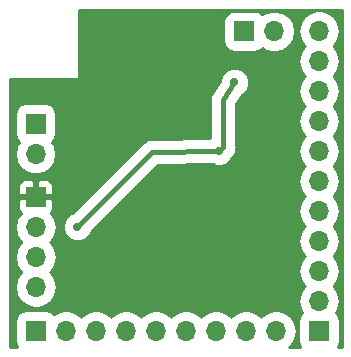
<source format=gbr>
G04 #@! TF.GenerationSoftware,KiCad,Pcbnew,(5.0.1)-3*
G04 #@! TF.CreationDate,2019-10-05T13:26:35-04:00*
G04 #@! TF.ProjectId,MAX30003,4D415833303030332E6B696361645F70,rev?*
G04 #@! TF.SameCoordinates,Original*
G04 #@! TF.FileFunction,Copper,L2,Bot,Signal*
G04 #@! TF.FilePolarity,Positive*
%FSLAX46Y46*%
G04 Gerber Fmt 4.6, Leading zero omitted, Abs format (unit mm)*
G04 Created by KiCad (PCBNEW (5.0.1)-3) date 10/5/2019 1:26:35 PM*
%MOMM*%
%LPD*%
G01*
G04 APERTURE LIST*
G04 #@! TA.AperFunction,ComponentPad*
%ADD10R,1.700000X1.700000*%
G04 #@! TD*
G04 #@! TA.AperFunction,ComponentPad*
%ADD11O,1.700000X1.700000*%
G04 #@! TD*
G04 #@! TA.AperFunction,ViaPad*
%ADD12C,0.700000*%
G04 #@! TD*
G04 #@! TA.AperFunction,Conductor*
%ADD13C,0.457200*%
G04 #@! TD*
G04 #@! TA.AperFunction,Conductor*
%ADD14C,0.254000*%
G04 #@! TD*
G04 APERTURE END LIST*
D10*
G04 #@! TO.P,J1,1*
G04 #@! TO.N,Net-(IC1-Pad6)*
X130830000Y-86270000D03*
D11*
G04 #@! TO.P,J1,2*
G04 #@! TO.N,Net-(IC1-Pad7)*
X130830000Y-88810000D03*
G04 #@! TD*
D10*
G04 #@! TO.P,J1,1*
G04 #@! TO.N,/P02*
X130860000Y-103820000D03*
D11*
G04 #@! TO.P,J1,2*
G04 #@! TO.N,/LOAD_SW_CTRL*
X133400000Y-103820000D03*
G04 #@! TO.P,J1,3*
G04 #@! TO.N,/AIN_BAT_DIV_VOLTAGE*
X135940000Y-103820000D03*
G04 #@! TO.P,J1,4*
G04 #@! TO.N,/P05*
X138480000Y-103820000D03*
G04 #@! TO.P,J1,5*
G04 #@! TO.N,/P06*
X141020000Y-103820000D03*
G04 #@! TO.P,J1,6*
G04 #@! TO.N,/P07*
X143560000Y-103820000D03*
G04 #@! TO.P,J1,7*
G04 #@! TO.N,/P08*
X146100000Y-103820000D03*
G04 #@! TO.P,J1,8*
G04 #@! TO.N,/P09*
X148640000Y-103820000D03*
G04 #@! TO.P,J1,9*
G04 #@! TO.N,/P10*
X151180000Y-103820000D03*
G04 #@! TD*
D10*
G04 #@! TO.P,J3,1*
G04 #@! TO.N,AGND*
X130850000Y-92470000D03*
D11*
G04 #@! TO.P,J3,2*
G04 #@! TO.N,AVDD*
X130850000Y-95010000D03*
G04 #@! TO.P,J3,3*
G04 #@! TO.N,DGND*
X130850000Y-97550000D03*
G04 #@! TO.P,J3,4*
G04 #@! TO.N,DVDD*
X130850000Y-100090000D03*
G04 #@! TD*
D10*
G04 #@! TO.P,J2,1*
G04 #@! TO.N,/MAX30003_CSB*
X154836000Y-103820000D03*
D11*
G04 #@! TO.P,J2,2*
G04 #@! TO.N,/MAX30003_SCLK*
X154836000Y-101280000D03*
G04 #@! TO.P,J2,3*
G04 #@! TO.N,/MAX30003_SDI*
X154836000Y-98740000D03*
G04 #@! TO.P,J2,4*
G04 #@! TO.N,/MAX30003_SDO*
X154836000Y-96200000D03*
G04 #@! TO.P,J2,5*
G04 #@! TO.N,/MAX30003_INT2B*
X154836000Y-93660000D03*
G04 #@! TO.P,J2,6*
G04 #@! TO.N,/MAX30003_INTB*
X154836000Y-91120000D03*
G04 #@! TO.P,J2,7*
G04 #@! TO.N,N/C*
X154836000Y-88580000D03*
G04 #@! TO.P,J2,8*
X154836000Y-86040000D03*
G04 #@! TO.P,J2,9*
X154836000Y-83500000D03*
G04 #@! TO.P,J2,10*
X154836000Y-80960000D03*
G04 #@! TO.P,J2,11*
X154836000Y-78420000D03*
G04 #@! TD*
G04 #@! TO.P,J3,2*
G04 #@! TO.N,/SWDCLK*
X151042000Y-78440000D03*
D10*
G04 #@! TO.P,J3,1*
G04 #@! TO.N,/SWDIO*
X148502000Y-78440000D03*
G04 #@! TD*
D12*
G04 #@! TO.N,AGND*
X141770000Y-90480000D03*
G04 #@! TO.N,AVDD*
X134366000Y-94996000D03*
X146370000Y-88590000D03*
X147660000Y-82760000D03*
G04 #@! TD*
D13*
G04 #@! TO.N,AVDD*
X140716000Y-88646000D02*
X134366000Y-94996000D01*
X146370000Y-88590000D02*
X140716000Y-88646000D01*
X146719999Y-88240001D02*
X146370000Y-88590000D01*
X146719999Y-84270001D02*
X146719999Y-88240001D01*
X147660000Y-82760000D02*
X146719999Y-84270001D01*
G04 #@! TD*
D14*
G04 #@! TO.N,AGND*
G36*
X156743001Y-105171000D02*
X156420433Y-105171000D01*
X156523419Y-105016870D01*
X156592416Y-104670000D01*
X156592416Y-102970000D01*
X156523419Y-102623130D01*
X156326933Y-102329067D01*
X156257508Y-102282679D01*
X156474102Y-101958524D01*
X156609069Y-101280000D01*
X156474102Y-100601476D01*
X156089749Y-100026251D01*
X156065428Y-100010000D01*
X156089749Y-99993749D01*
X156474102Y-99418524D01*
X156609069Y-98740000D01*
X156474102Y-98061476D01*
X156089749Y-97486251D01*
X156065428Y-97470000D01*
X156089749Y-97453749D01*
X156474102Y-96878524D01*
X156609069Y-96200000D01*
X156474102Y-95521476D01*
X156089749Y-94946251D01*
X156065428Y-94930000D01*
X156089749Y-94913749D01*
X156474102Y-94338524D01*
X156609069Y-93660000D01*
X156474102Y-92981476D01*
X156089749Y-92406251D01*
X156065428Y-92390000D01*
X156089749Y-92373749D01*
X156474102Y-91798524D01*
X156609069Y-91120000D01*
X156474102Y-90441476D01*
X156089749Y-89866251D01*
X156065428Y-89850000D01*
X156089749Y-89833749D01*
X156474102Y-89258524D01*
X156609069Y-88580000D01*
X156474102Y-87901476D01*
X156089749Y-87326251D01*
X156065428Y-87310000D01*
X156089749Y-87293749D01*
X156474102Y-86718524D01*
X156609069Y-86040000D01*
X156474102Y-85361476D01*
X156089749Y-84786251D01*
X156065428Y-84770000D01*
X156089749Y-84753749D01*
X156474102Y-84178524D01*
X156609069Y-83500000D01*
X156474102Y-82821476D01*
X156089749Y-82246251D01*
X156065428Y-82230000D01*
X156089749Y-82213749D01*
X156474102Y-81638524D01*
X156609069Y-80960000D01*
X156474102Y-80281476D01*
X156089749Y-79706251D01*
X156065428Y-79690000D01*
X156089749Y-79673749D01*
X156474102Y-79098524D01*
X156609069Y-78420000D01*
X156474102Y-77741476D01*
X156089749Y-77166251D01*
X155514524Y-76781898D01*
X155007276Y-76681000D01*
X154664724Y-76681000D01*
X154157476Y-76781898D01*
X153582251Y-77166251D01*
X153197898Y-77741476D01*
X153062931Y-78420000D01*
X153197898Y-79098524D01*
X153582251Y-79673749D01*
X153606572Y-79690000D01*
X153582251Y-79706251D01*
X153197898Y-80281476D01*
X153062931Y-80960000D01*
X153197898Y-81638524D01*
X153582251Y-82213749D01*
X153606572Y-82230000D01*
X153582251Y-82246251D01*
X153197898Y-82821476D01*
X153062931Y-83500000D01*
X153197898Y-84178524D01*
X153582251Y-84753749D01*
X153606572Y-84770000D01*
X153582251Y-84786251D01*
X153197898Y-85361476D01*
X153062931Y-86040000D01*
X153197898Y-86718524D01*
X153582251Y-87293749D01*
X153606572Y-87310000D01*
X153582251Y-87326251D01*
X153197898Y-87901476D01*
X153062931Y-88580000D01*
X153197898Y-89258524D01*
X153582251Y-89833749D01*
X153606572Y-89850000D01*
X153582251Y-89866251D01*
X153197898Y-90441476D01*
X153062931Y-91120000D01*
X153197898Y-91798524D01*
X153582251Y-92373749D01*
X153606572Y-92390000D01*
X153582251Y-92406251D01*
X153197898Y-92981476D01*
X153062931Y-93660000D01*
X153197898Y-94338524D01*
X153582251Y-94913749D01*
X153606572Y-94930000D01*
X153582251Y-94946251D01*
X153197898Y-95521476D01*
X153062931Y-96200000D01*
X153197898Y-96878524D01*
X153582251Y-97453749D01*
X153606572Y-97470000D01*
X153582251Y-97486251D01*
X153197898Y-98061476D01*
X153062931Y-98740000D01*
X153197898Y-99418524D01*
X153582251Y-99993749D01*
X153606572Y-100010000D01*
X153582251Y-100026251D01*
X153197898Y-100601476D01*
X153062931Y-101280000D01*
X153197898Y-101958524D01*
X153414492Y-102282679D01*
X153345067Y-102329067D01*
X153148581Y-102623130D01*
X153079584Y-102970000D01*
X153079584Y-104670000D01*
X153148581Y-105016870D01*
X153251567Y-105171000D01*
X152288203Y-105171000D01*
X152433749Y-105073749D01*
X152818102Y-104498524D01*
X152953069Y-103820000D01*
X152818102Y-103141476D01*
X152433749Y-102566251D01*
X151858524Y-102181898D01*
X151351276Y-102081000D01*
X151008724Y-102081000D01*
X150501476Y-102181898D01*
X149926251Y-102566251D01*
X149910000Y-102590572D01*
X149893749Y-102566251D01*
X149318524Y-102181898D01*
X148811276Y-102081000D01*
X148468724Y-102081000D01*
X147961476Y-102181898D01*
X147386251Y-102566251D01*
X147370000Y-102590572D01*
X147353749Y-102566251D01*
X146778524Y-102181898D01*
X146271276Y-102081000D01*
X145928724Y-102081000D01*
X145421476Y-102181898D01*
X144846251Y-102566251D01*
X144830000Y-102590572D01*
X144813749Y-102566251D01*
X144238524Y-102181898D01*
X143731276Y-102081000D01*
X143388724Y-102081000D01*
X142881476Y-102181898D01*
X142306251Y-102566251D01*
X142290000Y-102590572D01*
X142273749Y-102566251D01*
X141698524Y-102181898D01*
X141191276Y-102081000D01*
X140848724Y-102081000D01*
X140341476Y-102181898D01*
X139766251Y-102566251D01*
X139750000Y-102590572D01*
X139733749Y-102566251D01*
X139158524Y-102181898D01*
X138651276Y-102081000D01*
X138308724Y-102081000D01*
X137801476Y-102181898D01*
X137226251Y-102566251D01*
X137210000Y-102590572D01*
X137193749Y-102566251D01*
X136618524Y-102181898D01*
X136111276Y-102081000D01*
X135768724Y-102081000D01*
X135261476Y-102181898D01*
X134686251Y-102566251D01*
X134670000Y-102590572D01*
X134653749Y-102566251D01*
X134078524Y-102181898D01*
X133571276Y-102081000D01*
X133228724Y-102081000D01*
X132721476Y-102181898D01*
X132397321Y-102398492D01*
X132350933Y-102329067D01*
X132056870Y-102132581D01*
X131710000Y-102063584D01*
X130010000Y-102063584D01*
X129663130Y-102132581D01*
X129369067Y-102329067D01*
X129172581Y-102623130D01*
X129103584Y-102970000D01*
X129103584Y-104670000D01*
X129172581Y-105016870D01*
X129275567Y-105171000D01*
X128659000Y-105171000D01*
X128659000Y-95010000D01*
X129076931Y-95010000D01*
X129211898Y-95688524D01*
X129596251Y-96263749D01*
X129620572Y-96280000D01*
X129596251Y-96296251D01*
X129211898Y-96871476D01*
X129076931Y-97550000D01*
X129211898Y-98228524D01*
X129596251Y-98803749D01*
X129620572Y-98820000D01*
X129596251Y-98836251D01*
X129211898Y-99411476D01*
X129076931Y-100090000D01*
X129211898Y-100768524D01*
X129596251Y-101343749D01*
X130171476Y-101728102D01*
X130678724Y-101829000D01*
X131021276Y-101829000D01*
X131528524Y-101728102D01*
X132103749Y-101343749D01*
X132488102Y-100768524D01*
X132623069Y-100090000D01*
X132488102Y-99411476D01*
X132103749Y-98836251D01*
X132079428Y-98820000D01*
X132103749Y-98803749D01*
X132488102Y-98228524D01*
X132623069Y-97550000D01*
X132488102Y-96871476D01*
X132103749Y-96296251D01*
X132079428Y-96280000D01*
X132103749Y-96263749D01*
X132488102Y-95688524D01*
X132623069Y-95010000D01*
X132571262Y-94749548D01*
X133127000Y-94749548D01*
X133127000Y-95242452D01*
X133315627Y-95697837D01*
X133664163Y-96046373D01*
X134119548Y-96235000D01*
X134612452Y-96235000D01*
X135067837Y-96046373D01*
X135416373Y-95697837D01*
X135537774Y-95404750D01*
X141183501Y-89759024D01*
X145843192Y-89712873D01*
X146123548Y-89829000D01*
X146616452Y-89829000D01*
X147071837Y-89640373D01*
X147420373Y-89291837D01*
X147520992Y-89048921D01*
X147525744Y-89045746D01*
X147772755Y-88676067D01*
X147837599Y-88350074D01*
X147859494Y-88240002D01*
X147837599Y-88129930D01*
X147837599Y-84589442D01*
X148308945Y-83832282D01*
X148361837Y-83810373D01*
X148710373Y-83461837D01*
X148899000Y-83006452D01*
X148899000Y-82513548D01*
X148710373Y-82058163D01*
X148361837Y-81709627D01*
X147906452Y-81521000D01*
X147413548Y-81521000D01*
X146958163Y-81709627D01*
X146609627Y-82058163D01*
X146421000Y-82513548D01*
X146421000Y-82635573D01*
X145780756Y-83664051D01*
X145667243Y-83833936D01*
X145641804Y-83961826D01*
X145595815Y-84083835D01*
X145602399Y-84288007D01*
X145602400Y-87479948D01*
X140820589Y-87527309D01*
X140715999Y-87506505D01*
X140600447Y-87529490D01*
X140594864Y-87529545D01*
X140492579Y-87550946D01*
X140279934Y-87593244D01*
X140275154Y-87596438D01*
X140269529Y-87597615D01*
X140090499Y-87719821D01*
X140003570Y-87777905D01*
X139999621Y-87781854D01*
X139902315Y-87848275D01*
X139843951Y-87937524D01*
X133957250Y-93824226D01*
X133664163Y-93945627D01*
X133315627Y-94294163D01*
X133127000Y-94749548D01*
X132571262Y-94749548D01*
X132488102Y-94331476D01*
X132126991Y-93791035D01*
X132238327Y-93679699D01*
X132335000Y-93446310D01*
X132335000Y-92755750D01*
X132176250Y-92597000D01*
X130977000Y-92597000D01*
X130977000Y-92617000D01*
X130723000Y-92617000D01*
X130723000Y-92597000D01*
X129523750Y-92597000D01*
X129365000Y-92755750D01*
X129365000Y-93446310D01*
X129461673Y-93679699D01*
X129573009Y-93791035D01*
X129211898Y-94331476D01*
X129076931Y-95010000D01*
X128659000Y-95010000D01*
X128659000Y-91493690D01*
X129365000Y-91493690D01*
X129365000Y-92184250D01*
X129523750Y-92343000D01*
X130723000Y-92343000D01*
X130723000Y-91143750D01*
X130977000Y-91143750D01*
X130977000Y-92343000D01*
X132176250Y-92343000D01*
X132335000Y-92184250D01*
X132335000Y-91493690D01*
X132238327Y-91260301D01*
X132059698Y-91081673D01*
X131826309Y-90985000D01*
X131135750Y-90985000D01*
X130977000Y-91143750D01*
X130723000Y-91143750D01*
X130564250Y-90985000D01*
X129873691Y-90985000D01*
X129640302Y-91081673D01*
X129461673Y-91260301D01*
X129365000Y-91493690D01*
X128659000Y-91493690D01*
X128659000Y-88810000D01*
X129056931Y-88810000D01*
X129191898Y-89488524D01*
X129576251Y-90063749D01*
X130151476Y-90448102D01*
X130658724Y-90549000D01*
X131001276Y-90549000D01*
X131508524Y-90448102D01*
X132083749Y-90063749D01*
X132468102Y-89488524D01*
X132603069Y-88810000D01*
X132468102Y-88131476D01*
X132251508Y-87807321D01*
X132320933Y-87760933D01*
X132517419Y-87466870D01*
X132586416Y-87120000D01*
X132586416Y-85420000D01*
X132517419Y-85073130D01*
X132320933Y-84779067D01*
X132026870Y-84582581D01*
X131680000Y-84513584D01*
X129980000Y-84513584D01*
X129633130Y-84582581D01*
X129339067Y-84779067D01*
X129142581Y-85073130D01*
X129073584Y-85420000D01*
X129073584Y-87120000D01*
X129142581Y-87466870D01*
X129339067Y-87760933D01*
X129408492Y-87807321D01*
X129191898Y-88131476D01*
X129056931Y-88810000D01*
X128659000Y-88810000D01*
X128659000Y-82475653D01*
X134370192Y-82467000D01*
X134418779Y-82457259D01*
X134459939Y-82429666D01*
X134487406Y-82388423D01*
X134497000Y-82340000D01*
X134497000Y-77590000D01*
X146745584Y-77590000D01*
X146745584Y-79290000D01*
X146814581Y-79636870D01*
X147011067Y-79930933D01*
X147305130Y-80127419D01*
X147652000Y-80196416D01*
X149352000Y-80196416D01*
X149698870Y-80127419D01*
X149992933Y-79930933D01*
X150039321Y-79861508D01*
X150363476Y-80078102D01*
X150870724Y-80179000D01*
X151213276Y-80179000D01*
X151720524Y-80078102D01*
X152295749Y-79693749D01*
X152680102Y-79118524D01*
X152815069Y-78440000D01*
X152680102Y-77761476D01*
X152295749Y-77186251D01*
X151720524Y-76801898D01*
X151213276Y-76701000D01*
X150870724Y-76701000D01*
X150363476Y-76801898D01*
X150039321Y-77018492D01*
X149992933Y-76949067D01*
X149698870Y-76752581D01*
X149352000Y-76683584D01*
X147652000Y-76683584D01*
X147305130Y-76752581D01*
X147011067Y-76949067D01*
X146814581Y-77243130D01*
X146745584Y-77590000D01*
X134497000Y-77590000D01*
X134497000Y-76639000D01*
X156743000Y-76639000D01*
X156743001Y-105171000D01*
X156743001Y-105171000D01*
G37*
X156743001Y-105171000D02*
X156420433Y-105171000D01*
X156523419Y-105016870D01*
X156592416Y-104670000D01*
X156592416Y-102970000D01*
X156523419Y-102623130D01*
X156326933Y-102329067D01*
X156257508Y-102282679D01*
X156474102Y-101958524D01*
X156609069Y-101280000D01*
X156474102Y-100601476D01*
X156089749Y-100026251D01*
X156065428Y-100010000D01*
X156089749Y-99993749D01*
X156474102Y-99418524D01*
X156609069Y-98740000D01*
X156474102Y-98061476D01*
X156089749Y-97486251D01*
X156065428Y-97470000D01*
X156089749Y-97453749D01*
X156474102Y-96878524D01*
X156609069Y-96200000D01*
X156474102Y-95521476D01*
X156089749Y-94946251D01*
X156065428Y-94930000D01*
X156089749Y-94913749D01*
X156474102Y-94338524D01*
X156609069Y-93660000D01*
X156474102Y-92981476D01*
X156089749Y-92406251D01*
X156065428Y-92390000D01*
X156089749Y-92373749D01*
X156474102Y-91798524D01*
X156609069Y-91120000D01*
X156474102Y-90441476D01*
X156089749Y-89866251D01*
X156065428Y-89850000D01*
X156089749Y-89833749D01*
X156474102Y-89258524D01*
X156609069Y-88580000D01*
X156474102Y-87901476D01*
X156089749Y-87326251D01*
X156065428Y-87310000D01*
X156089749Y-87293749D01*
X156474102Y-86718524D01*
X156609069Y-86040000D01*
X156474102Y-85361476D01*
X156089749Y-84786251D01*
X156065428Y-84770000D01*
X156089749Y-84753749D01*
X156474102Y-84178524D01*
X156609069Y-83500000D01*
X156474102Y-82821476D01*
X156089749Y-82246251D01*
X156065428Y-82230000D01*
X156089749Y-82213749D01*
X156474102Y-81638524D01*
X156609069Y-80960000D01*
X156474102Y-80281476D01*
X156089749Y-79706251D01*
X156065428Y-79690000D01*
X156089749Y-79673749D01*
X156474102Y-79098524D01*
X156609069Y-78420000D01*
X156474102Y-77741476D01*
X156089749Y-77166251D01*
X155514524Y-76781898D01*
X155007276Y-76681000D01*
X154664724Y-76681000D01*
X154157476Y-76781898D01*
X153582251Y-77166251D01*
X153197898Y-77741476D01*
X153062931Y-78420000D01*
X153197898Y-79098524D01*
X153582251Y-79673749D01*
X153606572Y-79690000D01*
X153582251Y-79706251D01*
X153197898Y-80281476D01*
X153062931Y-80960000D01*
X153197898Y-81638524D01*
X153582251Y-82213749D01*
X153606572Y-82230000D01*
X153582251Y-82246251D01*
X153197898Y-82821476D01*
X153062931Y-83500000D01*
X153197898Y-84178524D01*
X153582251Y-84753749D01*
X153606572Y-84770000D01*
X153582251Y-84786251D01*
X153197898Y-85361476D01*
X153062931Y-86040000D01*
X153197898Y-86718524D01*
X153582251Y-87293749D01*
X153606572Y-87310000D01*
X153582251Y-87326251D01*
X153197898Y-87901476D01*
X153062931Y-88580000D01*
X153197898Y-89258524D01*
X153582251Y-89833749D01*
X153606572Y-89850000D01*
X153582251Y-89866251D01*
X153197898Y-90441476D01*
X153062931Y-91120000D01*
X153197898Y-91798524D01*
X153582251Y-92373749D01*
X153606572Y-92390000D01*
X153582251Y-92406251D01*
X153197898Y-92981476D01*
X153062931Y-93660000D01*
X153197898Y-94338524D01*
X153582251Y-94913749D01*
X153606572Y-94930000D01*
X153582251Y-94946251D01*
X153197898Y-95521476D01*
X153062931Y-96200000D01*
X153197898Y-96878524D01*
X153582251Y-97453749D01*
X153606572Y-97470000D01*
X153582251Y-97486251D01*
X153197898Y-98061476D01*
X153062931Y-98740000D01*
X153197898Y-99418524D01*
X153582251Y-99993749D01*
X153606572Y-100010000D01*
X153582251Y-100026251D01*
X153197898Y-100601476D01*
X153062931Y-101280000D01*
X153197898Y-101958524D01*
X153414492Y-102282679D01*
X153345067Y-102329067D01*
X153148581Y-102623130D01*
X153079584Y-102970000D01*
X153079584Y-104670000D01*
X153148581Y-105016870D01*
X153251567Y-105171000D01*
X152288203Y-105171000D01*
X152433749Y-105073749D01*
X152818102Y-104498524D01*
X152953069Y-103820000D01*
X152818102Y-103141476D01*
X152433749Y-102566251D01*
X151858524Y-102181898D01*
X151351276Y-102081000D01*
X151008724Y-102081000D01*
X150501476Y-102181898D01*
X149926251Y-102566251D01*
X149910000Y-102590572D01*
X149893749Y-102566251D01*
X149318524Y-102181898D01*
X148811276Y-102081000D01*
X148468724Y-102081000D01*
X147961476Y-102181898D01*
X147386251Y-102566251D01*
X147370000Y-102590572D01*
X147353749Y-102566251D01*
X146778524Y-102181898D01*
X146271276Y-102081000D01*
X145928724Y-102081000D01*
X145421476Y-102181898D01*
X144846251Y-102566251D01*
X144830000Y-102590572D01*
X144813749Y-102566251D01*
X144238524Y-102181898D01*
X143731276Y-102081000D01*
X143388724Y-102081000D01*
X142881476Y-102181898D01*
X142306251Y-102566251D01*
X142290000Y-102590572D01*
X142273749Y-102566251D01*
X141698524Y-102181898D01*
X141191276Y-102081000D01*
X140848724Y-102081000D01*
X140341476Y-102181898D01*
X139766251Y-102566251D01*
X139750000Y-102590572D01*
X139733749Y-102566251D01*
X139158524Y-102181898D01*
X138651276Y-102081000D01*
X138308724Y-102081000D01*
X137801476Y-102181898D01*
X137226251Y-102566251D01*
X137210000Y-102590572D01*
X137193749Y-102566251D01*
X136618524Y-102181898D01*
X136111276Y-102081000D01*
X135768724Y-102081000D01*
X135261476Y-102181898D01*
X134686251Y-102566251D01*
X134670000Y-102590572D01*
X134653749Y-102566251D01*
X134078524Y-102181898D01*
X133571276Y-102081000D01*
X133228724Y-102081000D01*
X132721476Y-102181898D01*
X132397321Y-102398492D01*
X132350933Y-102329067D01*
X132056870Y-102132581D01*
X131710000Y-102063584D01*
X130010000Y-102063584D01*
X129663130Y-102132581D01*
X129369067Y-102329067D01*
X129172581Y-102623130D01*
X129103584Y-102970000D01*
X129103584Y-104670000D01*
X129172581Y-105016870D01*
X129275567Y-105171000D01*
X128659000Y-105171000D01*
X128659000Y-95010000D01*
X129076931Y-95010000D01*
X129211898Y-95688524D01*
X129596251Y-96263749D01*
X129620572Y-96280000D01*
X129596251Y-96296251D01*
X129211898Y-96871476D01*
X129076931Y-97550000D01*
X129211898Y-98228524D01*
X129596251Y-98803749D01*
X129620572Y-98820000D01*
X129596251Y-98836251D01*
X129211898Y-99411476D01*
X129076931Y-100090000D01*
X129211898Y-100768524D01*
X129596251Y-101343749D01*
X130171476Y-101728102D01*
X130678724Y-101829000D01*
X131021276Y-101829000D01*
X131528524Y-101728102D01*
X132103749Y-101343749D01*
X132488102Y-100768524D01*
X132623069Y-100090000D01*
X132488102Y-99411476D01*
X132103749Y-98836251D01*
X132079428Y-98820000D01*
X132103749Y-98803749D01*
X132488102Y-98228524D01*
X132623069Y-97550000D01*
X132488102Y-96871476D01*
X132103749Y-96296251D01*
X132079428Y-96280000D01*
X132103749Y-96263749D01*
X132488102Y-95688524D01*
X132623069Y-95010000D01*
X132571262Y-94749548D01*
X133127000Y-94749548D01*
X133127000Y-95242452D01*
X133315627Y-95697837D01*
X133664163Y-96046373D01*
X134119548Y-96235000D01*
X134612452Y-96235000D01*
X135067837Y-96046373D01*
X135416373Y-95697837D01*
X135537774Y-95404750D01*
X141183501Y-89759024D01*
X145843192Y-89712873D01*
X146123548Y-89829000D01*
X146616452Y-89829000D01*
X147071837Y-89640373D01*
X147420373Y-89291837D01*
X147520992Y-89048921D01*
X147525744Y-89045746D01*
X147772755Y-88676067D01*
X147837599Y-88350074D01*
X147859494Y-88240002D01*
X147837599Y-88129930D01*
X147837599Y-84589442D01*
X148308945Y-83832282D01*
X148361837Y-83810373D01*
X148710373Y-83461837D01*
X148899000Y-83006452D01*
X148899000Y-82513548D01*
X148710373Y-82058163D01*
X148361837Y-81709627D01*
X147906452Y-81521000D01*
X147413548Y-81521000D01*
X146958163Y-81709627D01*
X146609627Y-82058163D01*
X146421000Y-82513548D01*
X146421000Y-82635573D01*
X145780756Y-83664051D01*
X145667243Y-83833936D01*
X145641804Y-83961826D01*
X145595815Y-84083835D01*
X145602399Y-84288007D01*
X145602400Y-87479948D01*
X140820589Y-87527309D01*
X140715999Y-87506505D01*
X140600447Y-87529490D01*
X140594864Y-87529545D01*
X140492579Y-87550946D01*
X140279934Y-87593244D01*
X140275154Y-87596438D01*
X140269529Y-87597615D01*
X140090499Y-87719821D01*
X140003570Y-87777905D01*
X139999621Y-87781854D01*
X139902315Y-87848275D01*
X139843951Y-87937524D01*
X133957250Y-93824226D01*
X133664163Y-93945627D01*
X133315627Y-94294163D01*
X133127000Y-94749548D01*
X132571262Y-94749548D01*
X132488102Y-94331476D01*
X132126991Y-93791035D01*
X132238327Y-93679699D01*
X132335000Y-93446310D01*
X132335000Y-92755750D01*
X132176250Y-92597000D01*
X130977000Y-92597000D01*
X130977000Y-92617000D01*
X130723000Y-92617000D01*
X130723000Y-92597000D01*
X129523750Y-92597000D01*
X129365000Y-92755750D01*
X129365000Y-93446310D01*
X129461673Y-93679699D01*
X129573009Y-93791035D01*
X129211898Y-94331476D01*
X129076931Y-95010000D01*
X128659000Y-95010000D01*
X128659000Y-91493690D01*
X129365000Y-91493690D01*
X129365000Y-92184250D01*
X129523750Y-92343000D01*
X130723000Y-92343000D01*
X130723000Y-91143750D01*
X130977000Y-91143750D01*
X130977000Y-92343000D01*
X132176250Y-92343000D01*
X132335000Y-92184250D01*
X132335000Y-91493690D01*
X132238327Y-91260301D01*
X132059698Y-91081673D01*
X131826309Y-90985000D01*
X131135750Y-90985000D01*
X130977000Y-91143750D01*
X130723000Y-91143750D01*
X130564250Y-90985000D01*
X129873691Y-90985000D01*
X129640302Y-91081673D01*
X129461673Y-91260301D01*
X129365000Y-91493690D01*
X128659000Y-91493690D01*
X128659000Y-88810000D01*
X129056931Y-88810000D01*
X129191898Y-89488524D01*
X129576251Y-90063749D01*
X130151476Y-90448102D01*
X130658724Y-90549000D01*
X131001276Y-90549000D01*
X131508524Y-90448102D01*
X132083749Y-90063749D01*
X132468102Y-89488524D01*
X132603069Y-88810000D01*
X132468102Y-88131476D01*
X132251508Y-87807321D01*
X132320933Y-87760933D01*
X132517419Y-87466870D01*
X132586416Y-87120000D01*
X132586416Y-85420000D01*
X132517419Y-85073130D01*
X132320933Y-84779067D01*
X132026870Y-84582581D01*
X131680000Y-84513584D01*
X129980000Y-84513584D01*
X129633130Y-84582581D01*
X129339067Y-84779067D01*
X129142581Y-85073130D01*
X129073584Y-85420000D01*
X129073584Y-87120000D01*
X129142581Y-87466870D01*
X129339067Y-87760933D01*
X129408492Y-87807321D01*
X129191898Y-88131476D01*
X129056931Y-88810000D01*
X128659000Y-88810000D01*
X128659000Y-82475653D01*
X134370192Y-82467000D01*
X134418779Y-82457259D01*
X134459939Y-82429666D01*
X134487406Y-82388423D01*
X134497000Y-82340000D01*
X134497000Y-77590000D01*
X146745584Y-77590000D01*
X146745584Y-79290000D01*
X146814581Y-79636870D01*
X147011067Y-79930933D01*
X147305130Y-80127419D01*
X147652000Y-80196416D01*
X149352000Y-80196416D01*
X149698870Y-80127419D01*
X149992933Y-79930933D01*
X150039321Y-79861508D01*
X150363476Y-80078102D01*
X150870724Y-80179000D01*
X151213276Y-80179000D01*
X151720524Y-80078102D01*
X152295749Y-79693749D01*
X152680102Y-79118524D01*
X152815069Y-78440000D01*
X152680102Y-77761476D01*
X152295749Y-77186251D01*
X151720524Y-76801898D01*
X151213276Y-76701000D01*
X150870724Y-76701000D01*
X150363476Y-76801898D01*
X150039321Y-77018492D01*
X149992933Y-76949067D01*
X149698870Y-76752581D01*
X149352000Y-76683584D01*
X147652000Y-76683584D01*
X147305130Y-76752581D01*
X147011067Y-76949067D01*
X146814581Y-77243130D01*
X146745584Y-77590000D01*
X134497000Y-77590000D01*
X134497000Y-76639000D01*
X156743000Y-76639000D01*
X156743001Y-105171000D01*
G04 #@! TD*
M02*

</source>
